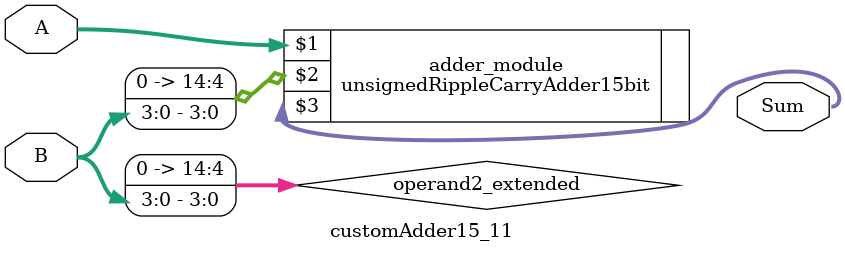
<source format=v>

module customAdder15_11(
                    input [14 : 0] A,
                    input [3 : 0] B,
                    
                    output [15 : 0] Sum
            );

    wire [14 : 0] operand2_extended;
    
    assign operand2_extended =  {11'b0, B};
    
    unsignedRippleCarryAdder15bit adder_module(
        A,
        operand2_extended,
        Sum
    );
    
endmodule
        
</source>
